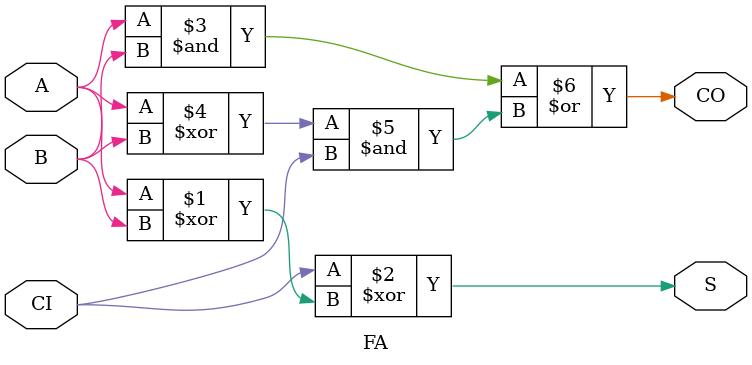
<source format=v>
`timescale 1ns / 1ps


module FA(A, B, CI, S, CO);
	input A, B, CI;
	output S, CO;

	assign S = (CI ^ (A ^ B));
	assign CO = ((A & B) | ((A ^ B) & CI));
endmodule

</source>
